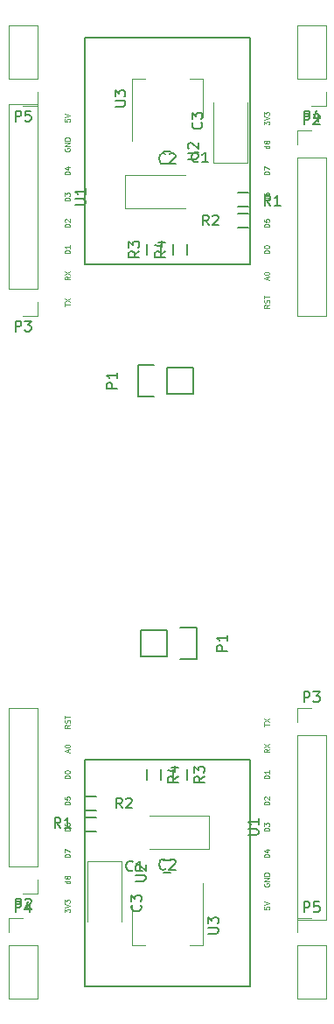
<source format=gbr>
G04 #@! TF.FileFunction,Legend,Top*
%FSLAX46Y46*%
G04 Gerber Fmt 4.6, Leading zero omitted, Abs format (unit mm)*
G04 Created by KiCad (PCBNEW 4.0.4+e1-6308~48~ubuntu16.04.1-stable) date Sun Jan 29 14:42:06 2017*
%MOMM*%
%LPD*%
G01*
G04 APERTURE LIST*
%ADD10C,0.100000*%
%ADD11C,0.120000*%
%ADD12C,0.150000*%
G04 APERTURE END LIST*
D10*
D11*
X104280000Y-68845000D02*
X103020000Y-68845000D01*
X97460000Y-68845000D02*
X98720000Y-68845000D01*
X104280000Y-72605000D02*
X104280000Y-68845000D01*
X97460000Y-74855000D02*
X97460000Y-68845000D01*
X116230000Y-68850000D02*
X116230000Y-63650000D01*
X116230000Y-63650000D02*
X113450000Y-63650000D01*
X113450000Y-63650000D02*
X113450000Y-68850000D01*
X113450000Y-68850000D02*
X116230000Y-68850000D01*
X116230000Y-70120000D02*
X116230000Y-71510000D01*
X116230000Y-71510000D02*
X114840000Y-71510000D01*
X88290000Y-68850000D02*
X88290000Y-63650000D01*
X88290000Y-63650000D02*
X85510000Y-63650000D01*
X85510000Y-63650000D02*
X85510000Y-68850000D01*
X85510000Y-68850000D02*
X88290000Y-68850000D01*
X88290000Y-70120000D02*
X88290000Y-71510000D01*
X88290000Y-71510000D02*
X86900000Y-71510000D01*
X88290000Y-89170000D02*
X88290000Y-71270000D01*
X88290000Y-71270000D02*
X85510000Y-71270000D01*
X85510000Y-71270000D02*
X85510000Y-89170000D01*
X85510000Y-89170000D02*
X88290000Y-89170000D01*
X88290000Y-90440000D02*
X88290000Y-91830000D01*
X88290000Y-91830000D02*
X86900000Y-91830000D01*
D12*
X92870000Y-86835000D02*
X108870000Y-86835000D01*
X108870000Y-86835000D02*
X108870000Y-64835000D01*
X108870000Y-64835000D02*
X92870000Y-64835000D01*
X92870000Y-64835000D02*
X92870000Y-86835000D01*
D11*
X113450000Y-76470000D02*
X113450000Y-91830000D01*
X113450000Y-91830000D02*
X116230000Y-91830000D01*
X116230000Y-91830000D02*
X116230000Y-76470000D01*
X116230000Y-76470000D02*
X113450000Y-76470000D01*
X113450000Y-75200000D02*
X113450000Y-73810000D01*
X113450000Y-73810000D02*
X114840000Y-73810000D01*
X105316000Y-76964000D02*
X105316000Y-71164000D01*
X108616000Y-76964000D02*
X108616000Y-71164000D01*
X105316000Y-76964000D02*
X108616000Y-76964000D01*
D12*
X107736000Y-79859000D02*
X108736000Y-79859000D01*
X108736000Y-81209000D02*
X107736000Y-81209000D01*
X107736000Y-81891000D02*
X108736000Y-81891000D01*
X108736000Y-83241000D02*
X107736000Y-83241000D01*
X100870000Y-96790000D02*
X103410000Y-96790000D01*
X98050000Y-96510000D02*
X99600000Y-96510000D01*
X100870000Y-96790000D02*
X100870000Y-99330000D01*
X99600000Y-99610000D02*
X98050000Y-99610000D01*
X98050000Y-99610000D02*
X98050000Y-96510000D01*
X100870000Y-99330000D02*
X103410000Y-99330000D01*
X103410000Y-99330000D02*
X103410000Y-96790000D01*
D11*
X96820000Y-78122000D02*
X102620000Y-78122000D01*
X96820000Y-81422000D02*
X102620000Y-81422000D01*
X96820000Y-78122000D02*
X96820000Y-81422000D01*
D12*
X100275000Y-84860000D02*
X100275000Y-85860000D01*
X98925000Y-85860000D02*
X98925000Y-84860000D01*
X102815000Y-84860000D02*
X102815000Y-85860000D01*
X101465000Y-85860000D02*
X101465000Y-84860000D01*
X100520000Y-75870000D02*
X101220000Y-75870000D01*
X101220000Y-77070000D02*
X100520000Y-77070000D01*
X108870000Y-134685000D02*
X92870000Y-134685000D01*
X92870000Y-134685000D02*
X92870000Y-156685000D01*
X92870000Y-156685000D02*
X108870000Y-156685000D01*
X108870000Y-156685000D02*
X108870000Y-134685000D01*
X101220000Y-145650000D02*
X100520000Y-145650000D01*
X100520000Y-144450000D02*
X101220000Y-144450000D01*
X100870000Y-124730000D02*
X98330000Y-124730000D01*
X103690000Y-125010000D02*
X102140000Y-125010000D01*
X100870000Y-124730000D02*
X100870000Y-122190000D01*
X102140000Y-121910000D02*
X103690000Y-121910000D01*
X103690000Y-121910000D02*
X103690000Y-125010000D01*
X100870000Y-122190000D02*
X98330000Y-122190000D01*
X98330000Y-122190000D02*
X98330000Y-124730000D01*
X94004000Y-141661000D02*
X93004000Y-141661000D01*
X93004000Y-140311000D02*
X94004000Y-140311000D01*
X94004000Y-139629000D02*
X93004000Y-139629000D01*
X93004000Y-138279000D02*
X94004000Y-138279000D01*
X101465000Y-136660000D02*
X101465000Y-135660000D01*
X102815000Y-135660000D02*
X102815000Y-136660000D01*
X98925000Y-136660000D02*
X98925000Y-135660000D01*
X100275000Y-135660000D02*
X100275000Y-136660000D01*
D11*
X104920000Y-143398000D02*
X99120000Y-143398000D01*
X104920000Y-140098000D02*
X99120000Y-140098000D01*
X104920000Y-143398000D02*
X104920000Y-140098000D01*
X96424000Y-144556000D02*
X96424000Y-150356000D01*
X93124000Y-144556000D02*
X93124000Y-150356000D01*
X96424000Y-144556000D02*
X93124000Y-144556000D01*
X88290000Y-145050000D02*
X88290000Y-129690000D01*
X88290000Y-129690000D02*
X85510000Y-129690000D01*
X85510000Y-129690000D02*
X85510000Y-145050000D01*
X85510000Y-145050000D02*
X88290000Y-145050000D01*
X88290000Y-146320000D02*
X88290000Y-147710000D01*
X88290000Y-147710000D02*
X86900000Y-147710000D01*
X113450000Y-132350000D02*
X113450000Y-150250000D01*
X113450000Y-150250000D02*
X116230000Y-150250000D01*
X116230000Y-150250000D02*
X116230000Y-132350000D01*
X116230000Y-132350000D02*
X113450000Y-132350000D01*
X113450000Y-131080000D02*
X113450000Y-129690000D01*
X113450000Y-129690000D02*
X114840000Y-129690000D01*
X113450000Y-152670000D02*
X113450000Y-157870000D01*
X113450000Y-157870000D02*
X116230000Y-157870000D01*
X116230000Y-157870000D02*
X116230000Y-152670000D01*
X116230000Y-152670000D02*
X113450000Y-152670000D01*
X113450000Y-151400000D02*
X113450000Y-150010000D01*
X113450000Y-150010000D02*
X114840000Y-150010000D01*
X85510000Y-152670000D02*
X85510000Y-157870000D01*
X85510000Y-157870000D02*
X88290000Y-157870000D01*
X88290000Y-157870000D02*
X88290000Y-152670000D01*
X88290000Y-152670000D02*
X85510000Y-152670000D01*
X85510000Y-151400000D02*
X85510000Y-150010000D01*
X85510000Y-150010000D02*
X86900000Y-150010000D01*
X97460000Y-152675000D02*
X98720000Y-152675000D01*
X104280000Y-152675000D02*
X103020000Y-152675000D01*
X97460000Y-148915000D02*
X97460000Y-152675000D01*
X104280000Y-146665000D02*
X104280000Y-152675000D01*
D12*
X95822381Y-71516905D02*
X96631905Y-71516905D01*
X96727143Y-71469286D01*
X96774762Y-71421667D01*
X96822381Y-71326429D01*
X96822381Y-71135952D01*
X96774762Y-71040714D01*
X96727143Y-70993095D01*
X96631905Y-70945476D01*
X95822381Y-70945476D01*
X95822381Y-70564524D02*
X95822381Y-69945476D01*
X96203333Y-70278810D01*
X96203333Y-70135952D01*
X96250952Y-70040714D01*
X96298571Y-69993095D01*
X96393810Y-69945476D01*
X96631905Y-69945476D01*
X96727143Y-69993095D01*
X96774762Y-70040714D01*
X96822381Y-70135952D01*
X96822381Y-70421667D01*
X96774762Y-70516905D01*
X96727143Y-70564524D01*
X114101905Y-72962381D02*
X114101905Y-71962381D01*
X114482858Y-71962381D01*
X114578096Y-72010000D01*
X114625715Y-72057619D01*
X114673334Y-72152857D01*
X114673334Y-72295714D01*
X114625715Y-72390952D01*
X114578096Y-72438571D01*
X114482858Y-72486190D01*
X114101905Y-72486190D01*
X115530477Y-72295714D02*
X115530477Y-72962381D01*
X115292381Y-71914762D02*
X115054286Y-72629048D01*
X115673334Y-72629048D01*
X86161905Y-72962381D02*
X86161905Y-71962381D01*
X86542858Y-71962381D01*
X86638096Y-72010000D01*
X86685715Y-72057619D01*
X86733334Y-72152857D01*
X86733334Y-72295714D01*
X86685715Y-72390952D01*
X86638096Y-72438571D01*
X86542858Y-72486190D01*
X86161905Y-72486190D01*
X87638096Y-71962381D02*
X87161905Y-71962381D01*
X87114286Y-72438571D01*
X87161905Y-72390952D01*
X87257143Y-72343333D01*
X87495239Y-72343333D01*
X87590477Y-72390952D01*
X87638096Y-72438571D01*
X87685715Y-72533810D01*
X87685715Y-72771905D01*
X87638096Y-72867143D01*
X87590477Y-72914762D01*
X87495239Y-72962381D01*
X87257143Y-72962381D01*
X87161905Y-72914762D01*
X87114286Y-72867143D01*
X86161905Y-93282381D02*
X86161905Y-92282381D01*
X86542858Y-92282381D01*
X86638096Y-92330000D01*
X86685715Y-92377619D01*
X86733334Y-92472857D01*
X86733334Y-92615714D01*
X86685715Y-92710952D01*
X86638096Y-92758571D01*
X86542858Y-92806190D01*
X86161905Y-92806190D01*
X87066667Y-92282381D02*
X87685715Y-92282381D01*
X87352381Y-92663333D01*
X87495239Y-92663333D01*
X87590477Y-92710952D01*
X87638096Y-92758571D01*
X87685715Y-92853810D01*
X87685715Y-93091905D01*
X87638096Y-93187143D01*
X87590477Y-93234762D01*
X87495239Y-93282381D01*
X87209524Y-93282381D01*
X87114286Y-93234762D01*
X87066667Y-93187143D01*
X91940381Y-81041905D02*
X92749905Y-81041905D01*
X92845143Y-80994286D01*
X92892762Y-80946667D01*
X92940381Y-80851429D01*
X92940381Y-80660952D01*
X92892762Y-80565714D01*
X92845143Y-80518095D01*
X92749905Y-80470476D01*
X91940381Y-80470476D01*
X92940381Y-79470476D02*
X92940381Y-80041905D01*
X92940381Y-79756191D02*
X91940381Y-79756191D01*
X92083238Y-79851429D01*
X92178476Y-79946667D01*
X92226095Y-80041905D01*
D10*
X90944190Y-72755237D02*
X90944190Y-72993332D01*
X91182286Y-73017142D01*
X91158476Y-72993332D01*
X91134667Y-72945713D01*
X91134667Y-72826666D01*
X91158476Y-72779047D01*
X91182286Y-72755237D01*
X91229905Y-72731428D01*
X91348952Y-72731428D01*
X91396571Y-72755237D01*
X91420381Y-72779047D01*
X91444190Y-72826666D01*
X91444190Y-72945713D01*
X91420381Y-72993332D01*
X91396571Y-73017142D01*
X90944190Y-72588571D02*
X91444190Y-72421904D01*
X90944190Y-72255238D01*
X90968000Y-75580953D02*
X90944190Y-75628572D01*
X90944190Y-75700000D01*
X90968000Y-75771429D01*
X91015619Y-75819048D01*
X91063238Y-75842857D01*
X91158476Y-75866667D01*
X91229905Y-75866667D01*
X91325143Y-75842857D01*
X91372762Y-75819048D01*
X91420381Y-75771429D01*
X91444190Y-75700000D01*
X91444190Y-75652381D01*
X91420381Y-75580953D01*
X91396571Y-75557143D01*
X91229905Y-75557143D01*
X91229905Y-75652381D01*
X91444190Y-75342857D02*
X90944190Y-75342857D01*
X91444190Y-75057143D01*
X90944190Y-75057143D01*
X91444190Y-74819047D02*
X90944190Y-74819047D01*
X90944190Y-74700000D01*
X90968000Y-74628571D01*
X91015619Y-74580952D01*
X91063238Y-74557143D01*
X91158476Y-74533333D01*
X91229905Y-74533333D01*
X91325143Y-74557143D01*
X91372762Y-74580952D01*
X91420381Y-74628571D01*
X91444190Y-74700000D01*
X91444190Y-74819047D01*
X91444190Y-78109047D02*
X90944190Y-78109047D01*
X90944190Y-77990000D01*
X90968000Y-77918571D01*
X91015619Y-77870952D01*
X91063238Y-77847143D01*
X91158476Y-77823333D01*
X91229905Y-77823333D01*
X91325143Y-77847143D01*
X91372762Y-77870952D01*
X91420381Y-77918571D01*
X91444190Y-77990000D01*
X91444190Y-78109047D01*
X91110857Y-77394762D02*
X91444190Y-77394762D01*
X90920381Y-77513809D02*
X91277524Y-77632857D01*
X91277524Y-77323333D01*
X91444190Y-80649047D02*
X90944190Y-80649047D01*
X90944190Y-80530000D01*
X90968000Y-80458571D01*
X91015619Y-80410952D01*
X91063238Y-80387143D01*
X91158476Y-80363333D01*
X91229905Y-80363333D01*
X91325143Y-80387143D01*
X91372762Y-80410952D01*
X91420381Y-80458571D01*
X91444190Y-80530000D01*
X91444190Y-80649047D01*
X90944190Y-80196666D02*
X90944190Y-79887143D01*
X91134667Y-80053809D01*
X91134667Y-79982381D01*
X91158476Y-79934762D01*
X91182286Y-79910952D01*
X91229905Y-79887143D01*
X91348952Y-79887143D01*
X91396571Y-79910952D01*
X91420381Y-79934762D01*
X91444190Y-79982381D01*
X91444190Y-80125238D01*
X91420381Y-80172857D01*
X91396571Y-80196666D01*
X91444190Y-83189047D02*
X90944190Y-83189047D01*
X90944190Y-83070000D01*
X90968000Y-82998571D01*
X91015619Y-82950952D01*
X91063238Y-82927143D01*
X91158476Y-82903333D01*
X91229905Y-82903333D01*
X91325143Y-82927143D01*
X91372762Y-82950952D01*
X91420381Y-82998571D01*
X91444190Y-83070000D01*
X91444190Y-83189047D01*
X90991810Y-82712857D02*
X90968000Y-82689047D01*
X90944190Y-82641428D01*
X90944190Y-82522381D01*
X90968000Y-82474762D01*
X90991810Y-82450952D01*
X91039429Y-82427143D01*
X91087048Y-82427143D01*
X91158476Y-82450952D01*
X91444190Y-82736666D01*
X91444190Y-82427143D01*
X91444190Y-85729047D02*
X90944190Y-85729047D01*
X90944190Y-85610000D01*
X90968000Y-85538571D01*
X91015619Y-85490952D01*
X91063238Y-85467143D01*
X91158476Y-85443333D01*
X91229905Y-85443333D01*
X91325143Y-85467143D01*
X91372762Y-85490952D01*
X91420381Y-85538571D01*
X91444190Y-85610000D01*
X91444190Y-85729047D01*
X91444190Y-84967143D02*
X91444190Y-85252857D01*
X91444190Y-85110000D02*
X90944190Y-85110000D01*
X91015619Y-85157619D01*
X91063238Y-85205238D01*
X91087048Y-85252857D01*
X91444190Y-87983333D02*
X91206095Y-88150000D01*
X91444190Y-88269047D02*
X90944190Y-88269047D01*
X90944190Y-88078571D01*
X90968000Y-88030952D01*
X90991810Y-88007143D01*
X91039429Y-87983333D01*
X91110857Y-87983333D01*
X91158476Y-88007143D01*
X91182286Y-88030952D01*
X91206095Y-88078571D01*
X91206095Y-88269047D01*
X90944190Y-87816666D02*
X91444190Y-87483333D01*
X90944190Y-87483333D02*
X91444190Y-87816666D01*
X90944190Y-90820952D02*
X90944190Y-90535238D01*
X91444190Y-90678095D02*
X90944190Y-90678095D01*
X90944190Y-90416190D02*
X91444190Y-90082857D01*
X90944190Y-90082857D02*
X91444190Y-90416190D01*
X110248190Y-73279046D02*
X110248190Y-72969523D01*
X110438667Y-73136189D01*
X110438667Y-73064761D01*
X110462476Y-73017142D01*
X110486286Y-72993332D01*
X110533905Y-72969523D01*
X110652952Y-72969523D01*
X110700571Y-72993332D01*
X110724381Y-73017142D01*
X110748190Y-73064761D01*
X110748190Y-73207618D01*
X110724381Y-73255237D01*
X110700571Y-73279046D01*
X110248190Y-72826666D02*
X110748190Y-72659999D01*
X110248190Y-72493333D01*
X110248190Y-72374285D02*
X110248190Y-72064762D01*
X110438667Y-72231428D01*
X110438667Y-72160000D01*
X110462476Y-72112381D01*
X110486286Y-72088571D01*
X110533905Y-72064762D01*
X110652952Y-72064762D01*
X110700571Y-72088571D01*
X110724381Y-72112381D01*
X110748190Y-72160000D01*
X110748190Y-72302857D01*
X110724381Y-72350476D01*
X110700571Y-72374285D01*
X110748190Y-75330952D02*
X110248190Y-75330952D01*
X110724381Y-75330952D02*
X110748190Y-75378571D01*
X110748190Y-75473809D01*
X110724381Y-75521428D01*
X110700571Y-75545237D01*
X110652952Y-75569047D01*
X110510095Y-75569047D01*
X110462476Y-75545237D01*
X110438667Y-75521428D01*
X110414857Y-75473809D01*
X110414857Y-75378571D01*
X110438667Y-75330952D01*
X110462476Y-75021428D02*
X110438667Y-75069047D01*
X110414857Y-75092856D01*
X110367238Y-75116666D01*
X110343429Y-75116666D01*
X110295810Y-75092856D01*
X110272000Y-75069047D01*
X110248190Y-75021428D01*
X110248190Y-74926190D01*
X110272000Y-74878571D01*
X110295810Y-74854761D01*
X110343429Y-74830952D01*
X110367238Y-74830952D01*
X110414857Y-74854761D01*
X110438667Y-74878571D01*
X110462476Y-74926190D01*
X110462476Y-75021428D01*
X110486286Y-75069047D01*
X110510095Y-75092856D01*
X110557714Y-75116666D01*
X110652952Y-75116666D01*
X110700571Y-75092856D01*
X110724381Y-75069047D01*
X110748190Y-75021428D01*
X110748190Y-74926190D01*
X110724381Y-74878571D01*
X110700571Y-74854761D01*
X110652952Y-74830952D01*
X110557714Y-74830952D01*
X110510095Y-74854761D01*
X110486286Y-74878571D01*
X110462476Y-74926190D01*
X110748190Y-78109047D02*
X110248190Y-78109047D01*
X110248190Y-77990000D01*
X110272000Y-77918571D01*
X110319619Y-77870952D01*
X110367238Y-77847143D01*
X110462476Y-77823333D01*
X110533905Y-77823333D01*
X110629143Y-77847143D01*
X110676762Y-77870952D01*
X110724381Y-77918571D01*
X110748190Y-77990000D01*
X110748190Y-78109047D01*
X110248190Y-77656666D02*
X110248190Y-77323333D01*
X110748190Y-77537619D01*
X110748190Y-80649047D02*
X110248190Y-80649047D01*
X110248190Y-80530000D01*
X110272000Y-80458571D01*
X110319619Y-80410952D01*
X110367238Y-80387143D01*
X110462476Y-80363333D01*
X110533905Y-80363333D01*
X110629143Y-80387143D01*
X110676762Y-80410952D01*
X110724381Y-80458571D01*
X110748190Y-80530000D01*
X110748190Y-80649047D01*
X110248190Y-79934762D02*
X110248190Y-80030000D01*
X110272000Y-80077619D01*
X110295810Y-80101428D01*
X110367238Y-80149047D01*
X110462476Y-80172857D01*
X110652952Y-80172857D01*
X110700571Y-80149047D01*
X110724381Y-80125238D01*
X110748190Y-80077619D01*
X110748190Y-79982381D01*
X110724381Y-79934762D01*
X110700571Y-79910952D01*
X110652952Y-79887143D01*
X110533905Y-79887143D01*
X110486286Y-79910952D01*
X110462476Y-79934762D01*
X110438667Y-79982381D01*
X110438667Y-80077619D01*
X110462476Y-80125238D01*
X110486286Y-80149047D01*
X110533905Y-80172857D01*
X110748190Y-83189047D02*
X110248190Y-83189047D01*
X110248190Y-83070000D01*
X110272000Y-82998571D01*
X110319619Y-82950952D01*
X110367238Y-82927143D01*
X110462476Y-82903333D01*
X110533905Y-82903333D01*
X110629143Y-82927143D01*
X110676762Y-82950952D01*
X110724381Y-82998571D01*
X110748190Y-83070000D01*
X110748190Y-83189047D01*
X110248190Y-82450952D02*
X110248190Y-82689047D01*
X110486286Y-82712857D01*
X110462476Y-82689047D01*
X110438667Y-82641428D01*
X110438667Y-82522381D01*
X110462476Y-82474762D01*
X110486286Y-82450952D01*
X110533905Y-82427143D01*
X110652952Y-82427143D01*
X110700571Y-82450952D01*
X110724381Y-82474762D01*
X110748190Y-82522381D01*
X110748190Y-82641428D01*
X110724381Y-82689047D01*
X110700571Y-82712857D01*
X110748190Y-85729047D02*
X110248190Y-85729047D01*
X110248190Y-85610000D01*
X110272000Y-85538571D01*
X110319619Y-85490952D01*
X110367238Y-85467143D01*
X110462476Y-85443333D01*
X110533905Y-85443333D01*
X110629143Y-85467143D01*
X110676762Y-85490952D01*
X110724381Y-85538571D01*
X110748190Y-85610000D01*
X110748190Y-85729047D01*
X110248190Y-85133809D02*
X110248190Y-85086190D01*
X110272000Y-85038571D01*
X110295810Y-85014762D01*
X110343429Y-84990952D01*
X110438667Y-84967143D01*
X110557714Y-84967143D01*
X110652952Y-84990952D01*
X110700571Y-85014762D01*
X110724381Y-85038571D01*
X110748190Y-85086190D01*
X110748190Y-85133809D01*
X110724381Y-85181428D01*
X110700571Y-85205238D01*
X110652952Y-85229047D01*
X110557714Y-85252857D01*
X110438667Y-85252857D01*
X110343429Y-85229047D01*
X110295810Y-85205238D01*
X110272000Y-85181428D01*
X110248190Y-85133809D01*
X110605333Y-88257142D02*
X110605333Y-88019047D01*
X110748190Y-88304761D02*
X110248190Y-88138094D01*
X110748190Y-87971428D01*
X110248190Y-87709523D02*
X110248190Y-87661904D01*
X110272000Y-87614285D01*
X110295810Y-87590476D01*
X110343429Y-87566666D01*
X110438667Y-87542857D01*
X110557714Y-87542857D01*
X110652952Y-87566666D01*
X110700571Y-87590476D01*
X110724381Y-87614285D01*
X110748190Y-87661904D01*
X110748190Y-87709523D01*
X110724381Y-87757142D01*
X110700571Y-87780952D01*
X110652952Y-87804761D01*
X110557714Y-87828571D01*
X110438667Y-87828571D01*
X110343429Y-87804761D01*
X110295810Y-87780952D01*
X110272000Y-87757142D01*
X110248190Y-87709523D01*
X110748190Y-90713809D02*
X110510095Y-90880476D01*
X110748190Y-90999523D02*
X110248190Y-90999523D01*
X110248190Y-90809047D01*
X110272000Y-90761428D01*
X110295810Y-90737619D01*
X110343429Y-90713809D01*
X110414857Y-90713809D01*
X110462476Y-90737619D01*
X110486286Y-90761428D01*
X110510095Y-90809047D01*
X110510095Y-90999523D01*
X110724381Y-90523333D02*
X110748190Y-90451904D01*
X110748190Y-90332857D01*
X110724381Y-90285238D01*
X110700571Y-90261428D01*
X110652952Y-90237619D01*
X110605333Y-90237619D01*
X110557714Y-90261428D01*
X110533905Y-90285238D01*
X110510095Y-90332857D01*
X110486286Y-90428095D01*
X110462476Y-90475714D01*
X110438667Y-90499523D01*
X110391048Y-90523333D01*
X110343429Y-90523333D01*
X110295810Y-90499523D01*
X110272000Y-90475714D01*
X110248190Y-90428095D01*
X110248190Y-90309047D01*
X110272000Y-90237619D01*
X110248190Y-90094762D02*
X110248190Y-89809048D01*
X110748190Y-89951905D02*
X110248190Y-89951905D01*
D12*
X102862381Y-76596905D02*
X103671905Y-76596905D01*
X103767143Y-76549286D01*
X103814762Y-76501667D01*
X103862381Y-76406429D01*
X103862381Y-76215952D01*
X103814762Y-76120714D01*
X103767143Y-76073095D01*
X103671905Y-76025476D01*
X102862381Y-76025476D01*
X102957619Y-75596905D02*
X102910000Y-75549286D01*
X102862381Y-75454048D01*
X102862381Y-75215952D01*
X102910000Y-75120714D01*
X102957619Y-75073095D01*
X103052857Y-75025476D01*
X103148095Y-75025476D01*
X103290952Y-75073095D01*
X103862381Y-75644524D01*
X103862381Y-75025476D01*
X114101905Y-73262381D02*
X114101905Y-72262381D01*
X114482858Y-72262381D01*
X114578096Y-72310000D01*
X114625715Y-72357619D01*
X114673334Y-72452857D01*
X114673334Y-72595714D01*
X114625715Y-72690952D01*
X114578096Y-72738571D01*
X114482858Y-72786190D01*
X114101905Y-72786190D01*
X115054286Y-72357619D02*
X115101905Y-72310000D01*
X115197143Y-72262381D01*
X115435239Y-72262381D01*
X115530477Y-72310000D01*
X115578096Y-72357619D01*
X115625715Y-72452857D01*
X115625715Y-72548095D01*
X115578096Y-72690952D01*
X115006667Y-73262381D01*
X115625715Y-73262381D01*
X104173143Y-73080666D02*
X104220762Y-73128285D01*
X104268381Y-73271142D01*
X104268381Y-73366380D01*
X104220762Y-73509238D01*
X104125524Y-73604476D01*
X104030286Y-73652095D01*
X103839810Y-73699714D01*
X103696952Y-73699714D01*
X103506476Y-73652095D01*
X103411238Y-73604476D01*
X103316000Y-73509238D01*
X103268381Y-73366380D01*
X103268381Y-73271142D01*
X103316000Y-73128285D01*
X103363619Y-73080666D01*
X103268381Y-72747333D02*
X103268381Y-72128285D01*
X103649333Y-72461619D01*
X103649333Y-72318761D01*
X103696952Y-72223523D01*
X103744571Y-72175904D01*
X103839810Y-72128285D01*
X104077905Y-72128285D01*
X104173143Y-72175904D01*
X104220762Y-72223523D01*
X104268381Y-72318761D01*
X104268381Y-72604476D01*
X104220762Y-72699714D01*
X104173143Y-72747333D01*
X110863334Y-81113381D02*
X110530000Y-80637190D01*
X110291905Y-81113381D02*
X110291905Y-80113381D01*
X110672858Y-80113381D01*
X110768096Y-80161000D01*
X110815715Y-80208619D01*
X110863334Y-80303857D01*
X110863334Y-80446714D01*
X110815715Y-80541952D01*
X110768096Y-80589571D01*
X110672858Y-80637190D01*
X110291905Y-80637190D01*
X111815715Y-81113381D02*
X111244286Y-81113381D01*
X111530000Y-81113381D02*
X111530000Y-80113381D01*
X111434762Y-80256238D01*
X111339524Y-80351476D01*
X111244286Y-80399095D01*
X104894334Y-83018381D02*
X104561000Y-82542190D01*
X104322905Y-83018381D02*
X104322905Y-82018381D01*
X104703858Y-82018381D01*
X104799096Y-82066000D01*
X104846715Y-82113619D01*
X104894334Y-82208857D01*
X104894334Y-82351714D01*
X104846715Y-82446952D01*
X104799096Y-82494571D01*
X104703858Y-82542190D01*
X104322905Y-82542190D01*
X105275286Y-82113619D02*
X105322905Y-82066000D01*
X105418143Y-82018381D01*
X105656239Y-82018381D01*
X105751477Y-82066000D01*
X105799096Y-82113619D01*
X105846715Y-82208857D01*
X105846715Y-82304095D01*
X105799096Y-82446952D01*
X105227667Y-83018381D01*
X105846715Y-83018381D01*
X95988381Y-98798095D02*
X94988381Y-98798095D01*
X94988381Y-98417142D01*
X95036000Y-98321904D01*
X95083619Y-98274285D01*
X95178857Y-98226666D01*
X95321714Y-98226666D01*
X95416952Y-98274285D01*
X95464571Y-98321904D01*
X95512190Y-98417142D01*
X95512190Y-98798095D01*
X95988381Y-97274285D02*
X95988381Y-97845714D01*
X95988381Y-97560000D02*
X94988381Y-97560000D01*
X95131238Y-97655238D01*
X95226476Y-97750476D01*
X95274095Y-97845714D01*
X100703334Y-76979143D02*
X100655715Y-77026762D01*
X100512858Y-77074381D01*
X100417620Y-77074381D01*
X100274762Y-77026762D01*
X100179524Y-76931524D01*
X100131905Y-76836286D01*
X100084286Y-76645810D01*
X100084286Y-76502952D01*
X100131905Y-76312476D01*
X100179524Y-76217238D01*
X100274762Y-76122000D01*
X100417620Y-76074381D01*
X100512858Y-76074381D01*
X100655715Y-76122000D01*
X100703334Y-76169619D01*
X101084286Y-76169619D02*
X101131905Y-76122000D01*
X101227143Y-76074381D01*
X101465239Y-76074381D01*
X101560477Y-76122000D01*
X101608096Y-76169619D01*
X101655715Y-76264857D01*
X101655715Y-76360095D01*
X101608096Y-76502952D01*
X101036667Y-77074381D01*
X101655715Y-77074381D01*
X98152381Y-85526666D02*
X97676190Y-85860000D01*
X98152381Y-86098095D02*
X97152381Y-86098095D01*
X97152381Y-85717142D01*
X97200000Y-85621904D01*
X97247619Y-85574285D01*
X97342857Y-85526666D01*
X97485714Y-85526666D01*
X97580952Y-85574285D01*
X97628571Y-85621904D01*
X97676190Y-85717142D01*
X97676190Y-86098095D01*
X97152381Y-85193333D02*
X97152381Y-84574285D01*
X97533333Y-84907619D01*
X97533333Y-84764761D01*
X97580952Y-84669523D01*
X97628571Y-84621904D01*
X97723810Y-84574285D01*
X97961905Y-84574285D01*
X98057143Y-84621904D01*
X98104762Y-84669523D01*
X98152381Y-84764761D01*
X98152381Y-85050476D01*
X98104762Y-85145714D01*
X98057143Y-85193333D01*
X100692381Y-85526666D02*
X100216190Y-85860000D01*
X100692381Y-86098095D02*
X99692381Y-86098095D01*
X99692381Y-85717142D01*
X99740000Y-85621904D01*
X99787619Y-85574285D01*
X99882857Y-85526666D01*
X100025714Y-85526666D01*
X100120952Y-85574285D01*
X100168571Y-85621904D01*
X100216190Y-85717142D01*
X100216190Y-86098095D01*
X100025714Y-84669523D02*
X100692381Y-84669523D01*
X99644762Y-84907619D02*
X100359048Y-85145714D01*
X100359048Y-84526666D01*
X103878334Y-76827143D02*
X103830715Y-76874762D01*
X103687858Y-76922381D01*
X103592620Y-76922381D01*
X103449762Y-76874762D01*
X103354524Y-76779524D01*
X103306905Y-76684286D01*
X103259286Y-76493810D01*
X103259286Y-76350952D01*
X103306905Y-76160476D01*
X103354524Y-76065238D01*
X103449762Y-75970000D01*
X103592620Y-75922381D01*
X103687858Y-75922381D01*
X103830715Y-75970000D01*
X103878334Y-76017619D01*
X104830715Y-76922381D02*
X104259286Y-76922381D01*
X104545000Y-76922381D02*
X104545000Y-75922381D01*
X104449762Y-76065238D01*
X104354524Y-76160476D01*
X104259286Y-76208095D01*
X97782381Y-146446905D02*
X98591905Y-146446905D01*
X98687143Y-146399286D01*
X98734762Y-146351667D01*
X98782381Y-146256429D01*
X98782381Y-146065952D01*
X98734762Y-145970714D01*
X98687143Y-145923095D01*
X98591905Y-145875476D01*
X97782381Y-145875476D01*
X97877619Y-145446905D02*
X97830000Y-145399286D01*
X97782381Y-145304048D01*
X97782381Y-145065952D01*
X97830000Y-144970714D01*
X97877619Y-144923095D01*
X97972857Y-144875476D01*
X98068095Y-144875476D01*
X98210952Y-144923095D01*
X98782381Y-145494524D01*
X98782381Y-144875476D01*
X108704381Y-142001905D02*
X109513905Y-142001905D01*
X109609143Y-141954286D01*
X109656762Y-141906667D01*
X109704381Y-141811429D01*
X109704381Y-141620952D01*
X109656762Y-141525714D01*
X109609143Y-141478095D01*
X109513905Y-141430476D01*
X108704381Y-141430476D01*
X109704381Y-140430476D02*
X109704381Y-141001905D01*
X109704381Y-140716191D02*
X108704381Y-140716191D01*
X108847238Y-140811429D01*
X108942476Y-140906667D01*
X108990095Y-141001905D01*
D10*
X110248190Y-148955237D02*
X110248190Y-149193332D01*
X110486286Y-149217142D01*
X110462476Y-149193332D01*
X110438667Y-149145713D01*
X110438667Y-149026666D01*
X110462476Y-148979047D01*
X110486286Y-148955237D01*
X110533905Y-148931428D01*
X110652952Y-148931428D01*
X110700571Y-148955237D01*
X110724381Y-148979047D01*
X110748190Y-149026666D01*
X110748190Y-149145713D01*
X110724381Y-149193332D01*
X110700571Y-149217142D01*
X110248190Y-148788571D02*
X110748190Y-148621904D01*
X110248190Y-148455238D01*
X110272000Y-146700953D02*
X110248190Y-146748572D01*
X110248190Y-146820000D01*
X110272000Y-146891429D01*
X110319619Y-146939048D01*
X110367238Y-146962857D01*
X110462476Y-146986667D01*
X110533905Y-146986667D01*
X110629143Y-146962857D01*
X110676762Y-146939048D01*
X110724381Y-146891429D01*
X110748190Y-146820000D01*
X110748190Y-146772381D01*
X110724381Y-146700953D01*
X110700571Y-146677143D01*
X110533905Y-146677143D01*
X110533905Y-146772381D01*
X110748190Y-146462857D02*
X110248190Y-146462857D01*
X110748190Y-146177143D01*
X110248190Y-146177143D01*
X110748190Y-145939047D02*
X110248190Y-145939047D01*
X110248190Y-145820000D01*
X110272000Y-145748571D01*
X110319619Y-145700952D01*
X110367238Y-145677143D01*
X110462476Y-145653333D01*
X110533905Y-145653333D01*
X110629143Y-145677143D01*
X110676762Y-145700952D01*
X110724381Y-145748571D01*
X110748190Y-145820000D01*
X110748190Y-145939047D01*
X110748190Y-144149047D02*
X110248190Y-144149047D01*
X110248190Y-144030000D01*
X110272000Y-143958571D01*
X110319619Y-143910952D01*
X110367238Y-143887143D01*
X110462476Y-143863333D01*
X110533905Y-143863333D01*
X110629143Y-143887143D01*
X110676762Y-143910952D01*
X110724381Y-143958571D01*
X110748190Y-144030000D01*
X110748190Y-144149047D01*
X110414857Y-143434762D02*
X110748190Y-143434762D01*
X110224381Y-143553809D02*
X110581524Y-143672857D01*
X110581524Y-143363333D01*
X110748190Y-141609047D02*
X110248190Y-141609047D01*
X110248190Y-141490000D01*
X110272000Y-141418571D01*
X110319619Y-141370952D01*
X110367238Y-141347143D01*
X110462476Y-141323333D01*
X110533905Y-141323333D01*
X110629143Y-141347143D01*
X110676762Y-141370952D01*
X110724381Y-141418571D01*
X110748190Y-141490000D01*
X110748190Y-141609047D01*
X110248190Y-141156666D02*
X110248190Y-140847143D01*
X110438667Y-141013809D01*
X110438667Y-140942381D01*
X110462476Y-140894762D01*
X110486286Y-140870952D01*
X110533905Y-140847143D01*
X110652952Y-140847143D01*
X110700571Y-140870952D01*
X110724381Y-140894762D01*
X110748190Y-140942381D01*
X110748190Y-141085238D01*
X110724381Y-141132857D01*
X110700571Y-141156666D01*
X110748190Y-139069047D02*
X110248190Y-139069047D01*
X110248190Y-138950000D01*
X110272000Y-138878571D01*
X110319619Y-138830952D01*
X110367238Y-138807143D01*
X110462476Y-138783333D01*
X110533905Y-138783333D01*
X110629143Y-138807143D01*
X110676762Y-138830952D01*
X110724381Y-138878571D01*
X110748190Y-138950000D01*
X110748190Y-139069047D01*
X110295810Y-138592857D02*
X110272000Y-138569047D01*
X110248190Y-138521428D01*
X110248190Y-138402381D01*
X110272000Y-138354762D01*
X110295810Y-138330952D01*
X110343429Y-138307143D01*
X110391048Y-138307143D01*
X110462476Y-138330952D01*
X110748190Y-138616666D01*
X110748190Y-138307143D01*
X110748190Y-136529047D02*
X110248190Y-136529047D01*
X110248190Y-136410000D01*
X110272000Y-136338571D01*
X110319619Y-136290952D01*
X110367238Y-136267143D01*
X110462476Y-136243333D01*
X110533905Y-136243333D01*
X110629143Y-136267143D01*
X110676762Y-136290952D01*
X110724381Y-136338571D01*
X110748190Y-136410000D01*
X110748190Y-136529047D01*
X110748190Y-135767143D02*
X110748190Y-136052857D01*
X110748190Y-135910000D02*
X110248190Y-135910000D01*
X110319619Y-135957619D01*
X110367238Y-136005238D01*
X110391048Y-136052857D01*
X110748190Y-133703333D02*
X110510095Y-133870000D01*
X110748190Y-133989047D02*
X110248190Y-133989047D01*
X110248190Y-133798571D01*
X110272000Y-133750952D01*
X110295810Y-133727143D01*
X110343429Y-133703333D01*
X110414857Y-133703333D01*
X110462476Y-133727143D01*
X110486286Y-133750952D01*
X110510095Y-133798571D01*
X110510095Y-133989047D01*
X110248190Y-133536666D02*
X110748190Y-133203333D01*
X110248190Y-133203333D02*
X110748190Y-133536666D01*
X110248190Y-131460952D02*
X110248190Y-131175238D01*
X110748190Y-131318095D02*
X110248190Y-131318095D01*
X110248190Y-131056190D02*
X110748190Y-130722857D01*
X110248190Y-130722857D02*
X110748190Y-131056190D01*
X90944190Y-149479046D02*
X90944190Y-149169523D01*
X91134667Y-149336189D01*
X91134667Y-149264761D01*
X91158476Y-149217142D01*
X91182286Y-149193332D01*
X91229905Y-149169523D01*
X91348952Y-149169523D01*
X91396571Y-149193332D01*
X91420381Y-149217142D01*
X91444190Y-149264761D01*
X91444190Y-149407618D01*
X91420381Y-149455237D01*
X91396571Y-149479046D01*
X90944190Y-149026666D02*
X91444190Y-148859999D01*
X90944190Y-148693333D01*
X90944190Y-148574285D02*
X90944190Y-148264762D01*
X91134667Y-148431428D01*
X91134667Y-148360000D01*
X91158476Y-148312381D01*
X91182286Y-148288571D01*
X91229905Y-148264762D01*
X91348952Y-148264762D01*
X91396571Y-148288571D01*
X91420381Y-148312381D01*
X91444190Y-148360000D01*
X91444190Y-148502857D01*
X91420381Y-148550476D01*
X91396571Y-148574285D01*
X91444190Y-146450952D02*
X90944190Y-146450952D01*
X91420381Y-146450952D02*
X91444190Y-146498571D01*
X91444190Y-146593809D01*
X91420381Y-146641428D01*
X91396571Y-146665237D01*
X91348952Y-146689047D01*
X91206095Y-146689047D01*
X91158476Y-146665237D01*
X91134667Y-146641428D01*
X91110857Y-146593809D01*
X91110857Y-146498571D01*
X91134667Y-146450952D01*
X91158476Y-146141428D02*
X91134667Y-146189047D01*
X91110857Y-146212856D01*
X91063238Y-146236666D01*
X91039429Y-146236666D01*
X90991810Y-146212856D01*
X90968000Y-146189047D01*
X90944190Y-146141428D01*
X90944190Y-146046190D01*
X90968000Y-145998571D01*
X90991810Y-145974761D01*
X91039429Y-145950952D01*
X91063238Y-145950952D01*
X91110857Y-145974761D01*
X91134667Y-145998571D01*
X91158476Y-146046190D01*
X91158476Y-146141428D01*
X91182286Y-146189047D01*
X91206095Y-146212856D01*
X91253714Y-146236666D01*
X91348952Y-146236666D01*
X91396571Y-146212856D01*
X91420381Y-146189047D01*
X91444190Y-146141428D01*
X91444190Y-146046190D01*
X91420381Y-145998571D01*
X91396571Y-145974761D01*
X91348952Y-145950952D01*
X91253714Y-145950952D01*
X91206095Y-145974761D01*
X91182286Y-145998571D01*
X91158476Y-146046190D01*
X91444190Y-144149047D02*
X90944190Y-144149047D01*
X90944190Y-144030000D01*
X90968000Y-143958571D01*
X91015619Y-143910952D01*
X91063238Y-143887143D01*
X91158476Y-143863333D01*
X91229905Y-143863333D01*
X91325143Y-143887143D01*
X91372762Y-143910952D01*
X91420381Y-143958571D01*
X91444190Y-144030000D01*
X91444190Y-144149047D01*
X90944190Y-143696666D02*
X90944190Y-143363333D01*
X91444190Y-143577619D01*
X91444190Y-141609047D02*
X90944190Y-141609047D01*
X90944190Y-141490000D01*
X90968000Y-141418571D01*
X91015619Y-141370952D01*
X91063238Y-141347143D01*
X91158476Y-141323333D01*
X91229905Y-141323333D01*
X91325143Y-141347143D01*
X91372762Y-141370952D01*
X91420381Y-141418571D01*
X91444190Y-141490000D01*
X91444190Y-141609047D01*
X90944190Y-140894762D02*
X90944190Y-140990000D01*
X90968000Y-141037619D01*
X90991810Y-141061428D01*
X91063238Y-141109047D01*
X91158476Y-141132857D01*
X91348952Y-141132857D01*
X91396571Y-141109047D01*
X91420381Y-141085238D01*
X91444190Y-141037619D01*
X91444190Y-140942381D01*
X91420381Y-140894762D01*
X91396571Y-140870952D01*
X91348952Y-140847143D01*
X91229905Y-140847143D01*
X91182286Y-140870952D01*
X91158476Y-140894762D01*
X91134667Y-140942381D01*
X91134667Y-141037619D01*
X91158476Y-141085238D01*
X91182286Y-141109047D01*
X91229905Y-141132857D01*
X91444190Y-139069047D02*
X90944190Y-139069047D01*
X90944190Y-138950000D01*
X90968000Y-138878571D01*
X91015619Y-138830952D01*
X91063238Y-138807143D01*
X91158476Y-138783333D01*
X91229905Y-138783333D01*
X91325143Y-138807143D01*
X91372762Y-138830952D01*
X91420381Y-138878571D01*
X91444190Y-138950000D01*
X91444190Y-139069047D01*
X90944190Y-138330952D02*
X90944190Y-138569047D01*
X91182286Y-138592857D01*
X91158476Y-138569047D01*
X91134667Y-138521428D01*
X91134667Y-138402381D01*
X91158476Y-138354762D01*
X91182286Y-138330952D01*
X91229905Y-138307143D01*
X91348952Y-138307143D01*
X91396571Y-138330952D01*
X91420381Y-138354762D01*
X91444190Y-138402381D01*
X91444190Y-138521428D01*
X91420381Y-138569047D01*
X91396571Y-138592857D01*
X91444190Y-136529047D02*
X90944190Y-136529047D01*
X90944190Y-136410000D01*
X90968000Y-136338571D01*
X91015619Y-136290952D01*
X91063238Y-136267143D01*
X91158476Y-136243333D01*
X91229905Y-136243333D01*
X91325143Y-136267143D01*
X91372762Y-136290952D01*
X91420381Y-136338571D01*
X91444190Y-136410000D01*
X91444190Y-136529047D01*
X90944190Y-135933809D02*
X90944190Y-135886190D01*
X90968000Y-135838571D01*
X90991810Y-135814762D01*
X91039429Y-135790952D01*
X91134667Y-135767143D01*
X91253714Y-135767143D01*
X91348952Y-135790952D01*
X91396571Y-135814762D01*
X91420381Y-135838571D01*
X91444190Y-135886190D01*
X91444190Y-135933809D01*
X91420381Y-135981428D01*
X91396571Y-136005238D01*
X91348952Y-136029047D01*
X91253714Y-136052857D01*
X91134667Y-136052857D01*
X91039429Y-136029047D01*
X90991810Y-136005238D01*
X90968000Y-135981428D01*
X90944190Y-135933809D01*
X91301333Y-133977142D02*
X91301333Y-133739047D01*
X91444190Y-134024761D02*
X90944190Y-133858094D01*
X91444190Y-133691428D01*
X90944190Y-133429523D02*
X90944190Y-133381904D01*
X90968000Y-133334285D01*
X90991810Y-133310476D01*
X91039429Y-133286666D01*
X91134667Y-133262857D01*
X91253714Y-133262857D01*
X91348952Y-133286666D01*
X91396571Y-133310476D01*
X91420381Y-133334285D01*
X91444190Y-133381904D01*
X91444190Y-133429523D01*
X91420381Y-133477142D01*
X91396571Y-133500952D01*
X91348952Y-133524761D01*
X91253714Y-133548571D01*
X91134667Y-133548571D01*
X91039429Y-133524761D01*
X90991810Y-133500952D01*
X90968000Y-133477142D01*
X90944190Y-133429523D01*
X91444190Y-131353809D02*
X91206095Y-131520476D01*
X91444190Y-131639523D02*
X90944190Y-131639523D01*
X90944190Y-131449047D01*
X90968000Y-131401428D01*
X90991810Y-131377619D01*
X91039429Y-131353809D01*
X91110857Y-131353809D01*
X91158476Y-131377619D01*
X91182286Y-131401428D01*
X91206095Y-131449047D01*
X91206095Y-131639523D01*
X91420381Y-131163333D02*
X91444190Y-131091904D01*
X91444190Y-130972857D01*
X91420381Y-130925238D01*
X91396571Y-130901428D01*
X91348952Y-130877619D01*
X91301333Y-130877619D01*
X91253714Y-130901428D01*
X91229905Y-130925238D01*
X91206095Y-130972857D01*
X91182286Y-131068095D01*
X91158476Y-131115714D01*
X91134667Y-131139523D01*
X91087048Y-131163333D01*
X91039429Y-131163333D01*
X90991810Y-131139523D01*
X90968000Y-131115714D01*
X90944190Y-131068095D01*
X90944190Y-130949047D01*
X90968000Y-130877619D01*
X90944190Y-130734762D02*
X90944190Y-130449048D01*
X91444190Y-130591905D02*
X90944190Y-130591905D01*
D12*
X97528334Y-145407143D02*
X97480715Y-145454762D01*
X97337858Y-145502381D01*
X97242620Y-145502381D01*
X97099762Y-145454762D01*
X97004524Y-145359524D01*
X96956905Y-145264286D01*
X96909286Y-145073810D01*
X96909286Y-144930952D01*
X96956905Y-144740476D01*
X97004524Y-144645238D01*
X97099762Y-144550000D01*
X97242620Y-144502381D01*
X97337858Y-144502381D01*
X97480715Y-144550000D01*
X97528334Y-144597619D01*
X98480715Y-145502381D02*
X97909286Y-145502381D01*
X98195000Y-145502381D02*
X98195000Y-144502381D01*
X98099762Y-144645238D01*
X98004524Y-144740476D01*
X97909286Y-144788095D01*
X106656381Y-124198095D02*
X105656381Y-124198095D01*
X105656381Y-123817142D01*
X105704000Y-123721904D01*
X105751619Y-123674285D01*
X105846857Y-123626666D01*
X105989714Y-123626666D01*
X106084952Y-123674285D01*
X106132571Y-123721904D01*
X106180190Y-123817142D01*
X106180190Y-124198095D01*
X106656381Y-122674285D02*
X106656381Y-123245714D01*
X106656381Y-122960000D02*
X105656381Y-122960000D01*
X105799238Y-123055238D01*
X105894476Y-123150476D01*
X105942095Y-123245714D01*
X90543334Y-141311381D02*
X90210000Y-140835190D01*
X89971905Y-141311381D02*
X89971905Y-140311381D01*
X90352858Y-140311381D01*
X90448096Y-140359000D01*
X90495715Y-140406619D01*
X90543334Y-140501857D01*
X90543334Y-140644714D01*
X90495715Y-140739952D01*
X90448096Y-140787571D01*
X90352858Y-140835190D01*
X89971905Y-140835190D01*
X91495715Y-141311381D02*
X90924286Y-141311381D01*
X91210000Y-141311381D02*
X91210000Y-140311381D01*
X91114762Y-140454238D01*
X91019524Y-140549476D01*
X90924286Y-140597095D01*
X96512334Y-139406381D02*
X96179000Y-138930190D01*
X95940905Y-139406381D02*
X95940905Y-138406381D01*
X96321858Y-138406381D01*
X96417096Y-138454000D01*
X96464715Y-138501619D01*
X96512334Y-138596857D01*
X96512334Y-138739714D01*
X96464715Y-138834952D01*
X96417096Y-138882571D01*
X96321858Y-138930190D01*
X95940905Y-138930190D01*
X96893286Y-138501619D02*
X96940905Y-138454000D01*
X97036143Y-138406381D01*
X97274239Y-138406381D01*
X97369477Y-138454000D01*
X97417096Y-138501619D01*
X97464715Y-138596857D01*
X97464715Y-138692095D01*
X97417096Y-138834952D01*
X96845667Y-139406381D01*
X97464715Y-139406381D01*
X104492381Y-136326666D02*
X104016190Y-136660000D01*
X104492381Y-136898095D02*
X103492381Y-136898095D01*
X103492381Y-136517142D01*
X103540000Y-136421904D01*
X103587619Y-136374285D01*
X103682857Y-136326666D01*
X103825714Y-136326666D01*
X103920952Y-136374285D01*
X103968571Y-136421904D01*
X104016190Y-136517142D01*
X104016190Y-136898095D01*
X103492381Y-135993333D02*
X103492381Y-135374285D01*
X103873333Y-135707619D01*
X103873333Y-135564761D01*
X103920952Y-135469523D01*
X103968571Y-135421904D01*
X104063810Y-135374285D01*
X104301905Y-135374285D01*
X104397143Y-135421904D01*
X104444762Y-135469523D01*
X104492381Y-135564761D01*
X104492381Y-135850476D01*
X104444762Y-135945714D01*
X104397143Y-135993333D01*
X101952381Y-136326666D02*
X101476190Y-136660000D01*
X101952381Y-136898095D02*
X100952381Y-136898095D01*
X100952381Y-136517142D01*
X101000000Y-136421904D01*
X101047619Y-136374285D01*
X101142857Y-136326666D01*
X101285714Y-136326666D01*
X101380952Y-136374285D01*
X101428571Y-136421904D01*
X101476190Y-136517142D01*
X101476190Y-136898095D01*
X101285714Y-135469523D02*
X101952381Y-135469523D01*
X100904762Y-135707619D02*
X101619048Y-135945714D01*
X101619048Y-135326666D01*
X100703334Y-145255143D02*
X100655715Y-145302762D01*
X100512858Y-145350381D01*
X100417620Y-145350381D01*
X100274762Y-145302762D01*
X100179524Y-145207524D01*
X100131905Y-145112286D01*
X100084286Y-144921810D01*
X100084286Y-144778952D01*
X100131905Y-144588476D01*
X100179524Y-144493238D01*
X100274762Y-144398000D01*
X100417620Y-144350381D01*
X100512858Y-144350381D01*
X100655715Y-144398000D01*
X100703334Y-144445619D01*
X101084286Y-144445619D02*
X101131905Y-144398000D01*
X101227143Y-144350381D01*
X101465239Y-144350381D01*
X101560477Y-144398000D01*
X101608096Y-144445619D01*
X101655715Y-144540857D01*
X101655715Y-144636095D01*
X101608096Y-144778952D01*
X101036667Y-145350381D01*
X101655715Y-145350381D01*
X98281143Y-148772666D02*
X98328762Y-148820285D01*
X98376381Y-148963142D01*
X98376381Y-149058380D01*
X98328762Y-149201238D01*
X98233524Y-149296476D01*
X98138286Y-149344095D01*
X97947810Y-149391714D01*
X97804952Y-149391714D01*
X97614476Y-149344095D01*
X97519238Y-149296476D01*
X97424000Y-149201238D01*
X97376381Y-149058380D01*
X97376381Y-148963142D01*
X97424000Y-148820285D01*
X97471619Y-148772666D01*
X97376381Y-148439333D02*
X97376381Y-147820285D01*
X97757333Y-148153619D01*
X97757333Y-148010761D01*
X97804952Y-147915523D01*
X97852571Y-147867904D01*
X97947810Y-147820285D01*
X98185905Y-147820285D01*
X98281143Y-147867904D01*
X98328762Y-147915523D01*
X98376381Y-148010761D01*
X98376381Y-148296476D01*
X98328762Y-148391714D01*
X98281143Y-148439333D01*
X86161905Y-149162381D02*
X86161905Y-148162381D01*
X86542858Y-148162381D01*
X86638096Y-148210000D01*
X86685715Y-148257619D01*
X86733334Y-148352857D01*
X86733334Y-148495714D01*
X86685715Y-148590952D01*
X86638096Y-148638571D01*
X86542858Y-148686190D01*
X86161905Y-148686190D01*
X87114286Y-148257619D02*
X87161905Y-148210000D01*
X87257143Y-148162381D01*
X87495239Y-148162381D01*
X87590477Y-148210000D01*
X87638096Y-148257619D01*
X87685715Y-148352857D01*
X87685715Y-148448095D01*
X87638096Y-148590952D01*
X87066667Y-149162381D01*
X87685715Y-149162381D01*
X114101905Y-129142381D02*
X114101905Y-128142381D01*
X114482858Y-128142381D01*
X114578096Y-128190000D01*
X114625715Y-128237619D01*
X114673334Y-128332857D01*
X114673334Y-128475714D01*
X114625715Y-128570952D01*
X114578096Y-128618571D01*
X114482858Y-128666190D01*
X114101905Y-128666190D01*
X115006667Y-128142381D02*
X115625715Y-128142381D01*
X115292381Y-128523333D01*
X115435239Y-128523333D01*
X115530477Y-128570952D01*
X115578096Y-128618571D01*
X115625715Y-128713810D01*
X115625715Y-128951905D01*
X115578096Y-129047143D01*
X115530477Y-129094762D01*
X115435239Y-129142381D01*
X115149524Y-129142381D01*
X115054286Y-129094762D01*
X115006667Y-129047143D01*
X114101905Y-149462381D02*
X114101905Y-148462381D01*
X114482858Y-148462381D01*
X114578096Y-148510000D01*
X114625715Y-148557619D01*
X114673334Y-148652857D01*
X114673334Y-148795714D01*
X114625715Y-148890952D01*
X114578096Y-148938571D01*
X114482858Y-148986190D01*
X114101905Y-148986190D01*
X115578096Y-148462381D02*
X115101905Y-148462381D01*
X115054286Y-148938571D01*
X115101905Y-148890952D01*
X115197143Y-148843333D01*
X115435239Y-148843333D01*
X115530477Y-148890952D01*
X115578096Y-148938571D01*
X115625715Y-149033810D01*
X115625715Y-149271905D01*
X115578096Y-149367143D01*
X115530477Y-149414762D01*
X115435239Y-149462381D01*
X115197143Y-149462381D01*
X115101905Y-149414762D01*
X115054286Y-149367143D01*
X86161905Y-149462381D02*
X86161905Y-148462381D01*
X86542858Y-148462381D01*
X86638096Y-148510000D01*
X86685715Y-148557619D01*
X86733334Y-148652857D01*
X86733334Y-148795714D01*
X86685715Y-148890952D01*
X86638096Y-148938571D01*
X86542858Y-148986190D01*
X86161905Y-148986190D01*
X87590477Y-148795714D02*
X87590477Y-149462381D01*
X87352381Y-148414762D02*
X87114286Y-149129048D01*
X87733334Y-149129048D01*
X104822381Y-151526905D02*
X105631905Y-151526905D01*
X105727143Y-151479286D01*
X105774762Y-151431667D01*
X105822381Y-151336429D01*
X105822381Y-151145952D01*
X105774762Y-151050714D01*
X105727143Y-151003095D01*
X105631905Y-150955476D01*
X104822381Y-150955476D01*
X104822381Y-150574524D02*
X104822381Y-149955476D01*
X105203333Y-150288810D01*
X105203333Y-150145952D01*
X105250952Y-150050714D01*
X105298571Y-150003095D01*
X105393810Y-149955476D01*
X105631905Y-149955476D01*
X105727143Y-150003095D01*
X105774762Y-150050714D01*
X105822381Y-150145952D01*
X105822381Y-150431667D01*
X105774762Y-150526905D01*
X105727143Y-150574524D01*
M02*

</source>
